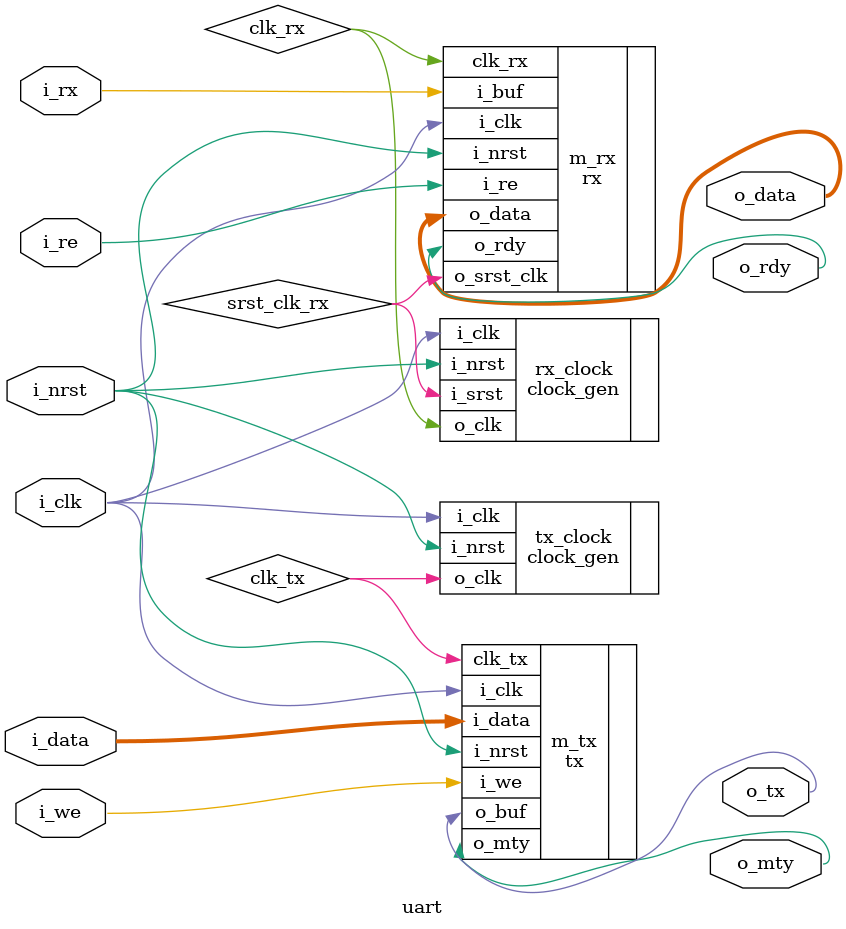
<source format=v>

module uart #(
	parameter WIDTH_DATA = 8,
	parameter NB_STOP = 2,
	parameter CLK_SIZE = 434,
	parameter WIDTH_CLK = 9
) (
	// external pins
	input                   i_rx,
	output                  o_tx,
	// inside in the chip
	output [WIDTH_DATA-1:0] o_data,
	output                  o_rdy,
	output                  o_mty,
	input                   i_re,
	input                   i_we,
	input  [WIDTH_DATA-1:0] i_data,
	input                   i_nrst,
	input                   i_clk
);

//localparam NB_STATE = 1 + WIDTH_DATA + NB_STOP;

wire clk_rx, clk_tx;
wire srst_clk_rx;

rx #(
	.WIDTH_DATA (WIDTH_DATA),
	.NB_STOP    (NB_STOP)
) m_rx (
	.i_buf  (i_rx),
	.o_rdy  (o_rdy),
	.o_data (o_data),
	.o_srst_clk(srst_clk_rx),
	.i_re   (i_re),
	.i_nrst (i_nrst),
	.clk_rx (clk_rx),
	.i_clk  (i_clk)
);

tx #(
	.WIDTH_DATA (WIDTH_DATA),
	.NB_STOP    (NB_STOP)
) m_tx (
	.o_buf  (o_tx),
	.o_mty  (o_mty),
	.i_we   (i_we),
	.i_data (i_data),
	.i_nrst (i_nrst),
	.clk_tx (clk_tx),
	.i_clk  (i_clk)
);


clock_gen #(
	.WIDTH(WIDTH_CLK),
	.SIZE(CLK_SIZE)
) rx_clock (
	.o_clk (clk_rx),
	.i_srst(srst_clk_rx),
	.i_nrst(i_nrst),
	.i_clk (i_clk)
);

clock_gen #(
	.WIDTH(WIDTH_CLK),
	.SIZE(CLK_SIZE)
) tx_clock (
	.o_clk (clk_tx),
	.i_nrst(i_nrst),
	.i_clk (i_clk)
);

endmodule


</source>
